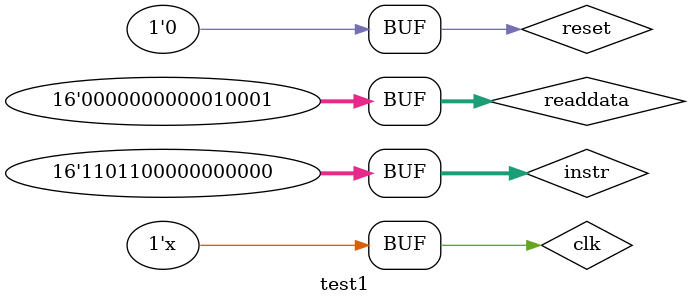
<source format=v>
`timescale 1ns / 1ps

`define HALT		5'b11011
`define IDLE		5'b00000
`define NOP			5'b00001
`define ADD			5'b10000
`define SUB			5'b00011
`define ADDC		5'b00100
`define SUBC		5'b00101
`define OR			5'b00110
`define AND			5'b00111
`define XOR			5'b01000
`define CMP			5'b01001
`define LOAD		5'b10001
`define STORE		5'b10010
`define SLL			5'b01010
`define SRL			5'b01011
`define SLA			5'b01100
`define SRA			5'b01101
`define LDIH		5'b01111
`define ADDI		5'b10011
`define SUBI		5'b01110
`define BZ			5'b10100
`define BNZ			5'b10101
`define BC			5'b10110
`define BNC			5'b10111
`define BN			5'b11000
`define BNN			5'b11001
`define JUMP		5'b00010
`define JMPR		5'b11010
//gr
//gr
`define s0 3'b000
`define s1 3'b001
`define s2 3'b010
`define s3 3'b011
`define s4 3'b100
`define s5 3'b101
`define s6 3'b110
`define s7 3'b111


module test1;

	// Inputs
	reg clk;
	reg reset;
	reg [15:0] instr;
	reg [15:0] readdata;

	// Outputs
	wire [7:0] pc;
	wire memwrite;
	wire [15:0] writedata;
	wire [15:0] aluout;

	// Instantiate the Unit Under Test (UUT)
	mips uut (
		.clk(clk), 
		.reset(reset), 
		.pc(pc), 
		.instr(instr), 
		.memwrite(memwrite), 
		.writedata(writedata), 
		.aluout(aluout), 
		.readdata(readdata)
	);
		
		
	initial begin        
		clk = 0;	reset = 0; instr = 0; readdata = 0;	#5
		// $s1 = 23; $s1 += 5; $s2 = 11; $s3 = $s1 + $s2; $s1 -= $s2; 
		$display("\n\t$s1 = 23; $s1 += 5; $s2 = 11; $s3 = $s1 + $s2; $s1 -= $s2;\n");
		$display("pc :      instr       : controls : srca : srcb :aluout:result:  wd  :  rd  : rf1  : rf2  : rf3  : wa3 :zf :cf :nf :jump :pcsrc:pcnext:pcnextbr");
		$monitor("%h : %b : %b : %h : %h : %h : %h : %h : %h : %h : %h : %h : %b : %b : %b : %b :  %b  :  %b  :  %h  :   %h", 
			uut.pc, uut.instr, uut.c.md.controls, uut.dp.srca, uut.dp.srcb, uut.dp.aluout, uut.dp.result,
			uut.dp.writedata,uut.dp.readdata, uut.dp.rf.rf[1], uut.dp.rf.rf[2], 
			uut.dp.rf.rf[3], uut.dp.rf.wa3,
			uut.dp.flag[2], uut.dp.flag[1], uut.dp.flag[0], uut.jump, uut.pcsrc, uut.dp.pcnext, uut.dp.pcnextbr);
		instr <= 0;
		#10 reset  <= 1;
		#10 reset  <= 0;	// ÊÖ¶¯ÊäÈë»ùµØÖ·Îª$s0£¨ = 0£©Æ«ÒÆÁ¿Îª0Ëù×°ÔØµÄÊý¾ÝÄÚÈÝreaddata£¬½«Êý¾Ý16'h0023Ð´Èë¼Ä´æÆ÷$s1
			 instr <= {`LOAD, `s1, 1'h0, `s0, 4'h0};		readdata <= 16'h0023; // $s1 = 23;
		#10 instr <= {`NOP, 11'h0}; // ÓÉÓÚÏÂÒ»Ö¸Áî¶Ôr1½øÐÐ ADDI£¬ ÓëÇ°ÃæµÄ LOAD r1 Ïà¹Ø£¬¹ÊÐ´»Ø¹ý³ÌÖ´ÐÐÒ»¸öNOP
		#10 instr <= {`ADDI, `s1, 8'h5};		// $s1 += 5;
		#10 instr <= {`LOAD, `s2, 1'h0, `s0, 4'h1};		readdata <= 16'h0011; //$s2 = 11;
		#10 instr <= {`NOP, 11'h0};
		#10 instr <= {`ADD, `s3, 1'h0, `s1, 1'h0, `s2};		// $s3 = $s1 + $s2;
		#10 instr <= {`SUB, `s1, 1'h0, `s1, 1'h0, `s2};		// $s1 -= $s2;
		#10 instr <= {`NOP, 11'h0};	// Õâ¸öNOP²»ÊÇ±ØÒªµÄ£¬Ö»ÊÇÎªÁË·½±ãÔÚÏÂÒ»¶Î²âÊÔÇ°ÏÈ¿´Ò»ÏÂ½á¹û¡£
		
		// swap s1 s2
		$display("\n\tSwap $s1 and $s2\n");
		$display("pc :      instr       : controls : srca : srcb :aluout:result:  wd  :  rd  : rf1  : rf2  : rf3  : wa3 :zf :cf :nf :jump :pcsrc:pcnext:pcnextbr");
		// ÒÑÖª$s0 = 0;
		#10 instr <= {`ADD, `s3, 1'h0, `s0, 1'h0, `s2};		//#10 instr <= {`NOP, 11'h0}; 	// $s3 = $s2;
		#10 instr <= {`ADD, `s2, 1'h0, `s0, 1'h0, `s1};		//#10 instr <= {`NOP, 11'h0};	// $s2 = $s1;
		#10 instr <= {`ADD, `s1, 1'h0, `s0, 1'h0, `s3};		// $s1 = $s3;
		#10 instr <= {`NOP, 11'h0};	// Õâ¸öNOP²»ÊÇ±ØÒªµÄ£¬Ö»ÊÇÎªÁË·½±ãÔÚÏÂÒ»¶Î²âÊÔÇ°ÏÈ¿´Ò»ÏÂ½á¹û¡£
		
		// STORE 
		#10 instr <= {`STORE, `s2, 1'h0, `s0, 4'h1};			#10 instr <= {`NOP, 11'h0};
		
		#10 instr <= {`HALT, 11'h0};
	end
     always #5 clk = ~clk;
endmodule


</source>
